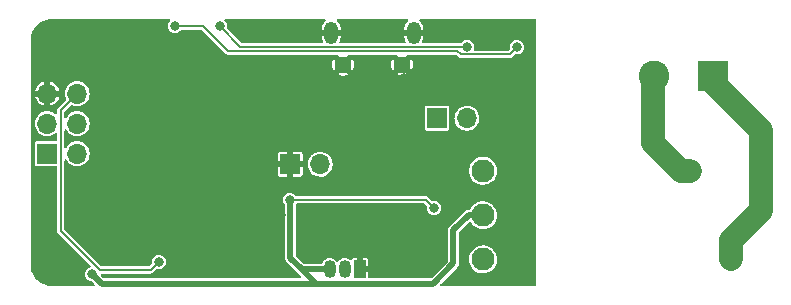
<source format=gbr>
%TF.GenerationSoftware,KiCad,Pcbnew,(6.0.0)*%
%TF.CreationDate,2022-12-29T02:02:28+02:00*%
%TF.ProjectId,greenhouse-doc,67726565-6e68-46f7-9573-652d646f632e,rev?*%
%TF.SameCoordinates,Original*%
%TF.FileFunction,Copper,L2,Bot*%
%TF.FilePolarity,Positive*%
%FSLAX46Y46*%
G04 Gerber Fmt 4.6, Leading zero omitted, Abs format (unit mm)*
G04 Created by KiCad (PCBNEW (6.0.0)) date 2022-12-29 02:02:28*
%MOMM*%
%LPD*%
G01*
G04 APERTURE LIST*
%TA.AperFunction,ComponentPad*%
%ADD10R,2.600000X2.600000*%
%TD*%
%TA.AperFunction,ComponentPad*%
%ADD11C,2.600000*%
%TD*%
%TA.AperFunction,ComponentPad*%
%ADD12C,1.450000*%
%TD*%
%TA.AperFunction,ComponentPad*%
%ADD13O,1.200000X1.900000*%
%TD*%
%TA.AperFunction,ComponentPad*%
%ADD14C,1.950000*%
%TD*%
%TA.AperFunction,ComponentPad*%
%ADD15R,1.050000X1.500000*%
%TD*%
%TA.AperFunction,ComponentPad*%
%ADD16O,1.050000X1.500000*%
%TD*%
%TA.AperFunction,ComponentPad*%
%ADD17O,1.700000X1.700000*%
%TD*%
%TA.AperFunction,ComponentPad*%
%ADD18R,1.700000X1.700000*%
%TD*%
%TA.AperFunction,ViaPad*%
%ADD19C,0.800000*%
%TD*%
%TA.AperFunction,Conductor*%
%ADD20C,0.500000*%
%TD*%
%TA.AperFunction,Conductor*%
%ADD21C,0.200000*%
%TD*%
%TA.AperFunction,Conductor*%
%ADD22C,2.000000*%
%TD*%
G04 APERTURE END LIST*
D10*
%TO.P,J3,1,Pin_1*%
%TO.N,Net-(J3-Pad1)*%
X151000000Y-61000000D03*
D11*
%TO.P,J3,2,Pin_2*%
%TO.N,Net-(J3-Pad2)*%
X146000000Y-61000000D03*
%TD*%
D12*
%TO.P,J1,6,Shield*%
%TO.N,GND*%
X124650000Y-60062500D03*
D13*
X125650000Y-57362500D03*
D12*
X119650000Y-60062500D03*
D13*
X118650000Y-57362500D03*
%TD*%
D14*
%TO.P,K1,1,COIL-_1*%
%TO.N,Net-(K1-Pad1)*%
X131500000Y-76550000D03*
%TO.P,K1,3,NO*%
%TO.N,Net-(J3-Pad1)*%
X152500000Y-76550000D03*
%TO.P,K1,5,COM*%
%TO.N,Net-(J3-Pad2)*%
X149000000Y-69050000D03*
%TO.P,K1,6,COIL-_2*%
%TO.N,Net-(K1-Pad6)*%
X131500000Y-69050000D03*
%TO.P,K1,7,COIL+*%
%TO.N,+3V3*%
X131500000Y-72800000D03*
%TD*%
D15*
%TO.P,U2,1,GND*%
%TO.N,GND*%
X121070000Y-77400000D03*
D16*
%TO.P,U2,2,DQ*%
%TO.N,/tempsens*%
X119800000Y-77400000D03*
%TO.P,U2,3,VDD*%
%TO.N,+3V3*%
X118530000Y-77400000D03*
%TD*%
D17*
%TO.P,J5,2,Pin_2*%
%TO.N,+BATT*%
X117715000Y-68500000D03*
D18*
%TO.P,J5,1,Pin_1*%
%TO.N,GND*%
X115175000Y-68500000D03*
%TD*%
%TO.P,J4,1,Pin_1*%
%TO.N,+BATT*%
X127600000Y-64600000D03*
D17*
%TO.P,J4,2,Pin_2*%
%TO.N,/vbt*%
X130140000Y-64600000D03*
%TD*%
D18*
%TO.P,J2,1,Pin_1*%
%TO.N,+3V3*%
X94600000Y-67600000D03*
D17*
%TO.P,J2,2,Pin_2*%
%TO.N,/rx*%
X97140000Y-67600000D03*
%TO.P,J2,3,Pin_3*%
%TO.N,/tx*%
X94600000Y-65060000D03*
%TO.P,J2,4,Pin_4*%
%TO.N,/boot*%
X97140000Y-65060000D03*
%TO.P,J2,5,Pin_5*%
%TO.N,GND*%
X94600000Y-62520000D03*
%TO.P,J2,6,Pin_6*%
%TO.N,/esp_en*%
X97140000Y-62520000D03*
%TD*%
D19*
%TO.N,GND*%
X111600000Y-77550000D03*
%TO.N,+3V3*%
X127356205Y-72206494D03*
X115150000Y-71500000D03*
%TO.N,GND*%
X134500000Y-63100000D03*
X97400000Y-71800000D03*
X115000000Y-57000000D03*
X131250000Y-60600000D03*
X94600000Y-60200000D03*
X108000000Y-63600000D03*
X104400000Y-62400000D03*
X94000000Y-73000000D03*
X134600000Y-70600000D03*
X126600000Y-60400000D03*
X106000000Y-67600000D03*
X98000000Y-60800000D03*
X117850000Y-74950000D03*
X100000000Y-60400000D03*
X103000000Y-60400000D03*
X101000000Y-62400000D03*
X101000000Y-71800000D03*
X106800000Y-71600000D03*
X128400000Y-70600000D03*
X114400000Y-72800000D03*
X115900000Y-62200000D03*
X134600000Y-65000000D03*
X118200000Y-61000000D03*
X117400000Y-57000000D03*
X112600000Y-57000000D03*
X124800000Y-61200000D03*
X123100000Y-76350000D03*
X134600000Y-76200000D03*
X106200000Y-60400000D03*
X107400000Y-69400000D03*
%TO.N,+3V3*%
X98400000Y-77800000D03*
%TO.N,/esp_en*%
X104050000Y-76750000D03*
%TO.N,/relay_2*%
X105400000Y-56800000D03*
X134350000Y-58600000D03*
%TO.N,/relay_1*%
X130150000Y-58550000D03*
X109200000Y-56800000D03*
%TD*%
D20*
%TO.N,+3V3*%
X117800000Y-78600000D02*
X99200000Y-78600000D01*
X127300000Y-78600000D02*
X117800000Y-78600000D01*
X117350000Y-78600000D02*
X117800000Y-78600000D01*
X116150000Y-77400000D02*
X117350000Y-78600000D01*
X99200000Y-78600000D02*
X98400000Y-77800000D01*
D21*
%TO.N,/esp_en*%
X104050000Y-76750000D02*
X103350000Y-77450000D01*
X99050000Y-77450000D02*
X95749511Y-74149511D01*
X103350000Y-77450000D02*
X99050000Y-77450000D01*
X95749511Y-74149511D02*
X95749511Y-63910489D01*
X95749511Y-63910489D02*
X97140000Y-62520000D01*
%TO.N,+3V3*%
X126649711Y-71500000D02*
X127356205Y-72206494D01*
X115150000Y-71500000D02*
X126649711Y-71500000D01*
D20*
X116150000Y-77400000D02*
X118530000Y-77400000D01*
X115199511Y-76449511D02*
X116150000Y-77400000D01*
X115199511Y-71549511D02*
X115199511Y-76449511D01*
X115150000Y-71500000D02*
X115199511Y-71549511D01*
X130275000Y-72800000D02*
X129000000Y-74075000D01*
X129000000Y-76900000D02*
X127300000Y-78600000D01*
X131500000Y-72800000D02*
X130275000Y-72800000D01*
X129000000Y-74075000D02*
X129000000Y-76900000D01*
D21*
%TO.N,/relay_2*%
X129600000Y-59200000D02*
X129311540Y-58911540D01*
X133750000Y-59200000D02*
X129600000Y-59200000D01*
X107800000Y-56800000D02*
X105400000Y-56800000D01*
X129311540Y-58911540D02*
X109911540Y-58911540D01*
X134350000Y-58600000D02*
X133750000Y-59200000D01*
X109911540Y-58911540D02*
X107800000Y-56800000D01*
%TO.N,/relay_1*%
X130137980Y-58562020D02*
X110962020Y-58562020D01*
X130150000Y-58550000D02*
X130137980Y-58562020D01*
X110962020Y-58562020D02*
X109200000Y-56800000D01*
D22*
%TO.N,Net-(J3-Pad1)*%
X155000000Y-72450000D02*
X155000000Y-65605000D01*
X152500000Y-74950000D02*
X155000000Y-72450000D01*
X155000000Y-65605000D02*
X150900000Y-61505000D01*
X152500000Y-76550000D02*
X152500000Y-74950000D01*
%TO.N,Net-(J3-Pad2)*%
X145900000Y-61505000D02*
X145900000Y-66700000D01*
X148250000Y-69050000D02*
X149000000Y-69050000D01*
X145900000Y-66700000D02*
X148250000Y-69050000D01*
%TD*%
%TA.AperFunction,Conductor*%
%TO.N,GND*%
G36*
X104963818Y-56218907D02*
G01*
X104999782Y-56268407D01*
X104999782Y-56329593D01*
X104975965Y-56368459D01*
X104971718Y-56371718D01*
X104875464Y-56497159D01*
X104814956Y-56643238D01*
X104794318Y-56800000D01*
X104814956Y-56956762D01*
X104875464Y-57102841D01*
X104971718Y-57228282D01*
X105097159Y-57324536D01*
X105243238Y-57385044D01*
X105400000Y-57405682D01*
X105556762Y-57385044D01*
X105702841Y-57324536D01*
X105828282Y-57228282D01*
X105896613Y-57139232D01*
X105947037Y-57104577D01*
X105975154Y-57100500D01*
X107634521Y-57100500D01*
X107692712Y-57119407D01*
X107704525Y-57129496D01*
X109661220Y-59086191D01*
X109663920Y-59089320D01*
X109666115Y-59093809D01*
X109672818Y-59100027D01*
X109702362Y-59127433D01*
X109705038Y-59130009D01*
X109718817Y-59143788D01*
X109722527Y-59146333D01*
X109726440Y-59149769D01*
X109748186Y-59169941D01*
X109756672Y-59173327D01*
X109756674Y-59173328D01*
X109758877Y-59174207D01*
X109778188Y-59184518D01*
X109780147Y-59185862D01*
X109780150Y-59185863D01*
X109787686Y-59191033D01*
X109796578Y-59193143D01*
X109796580Y-59193144D01*
X109813606Y-59197184D01*
X109827425Y-59201554D01*
X109852162Y-59211423D01*
X109858455Y-59212040D01*
X109864625Y-59212040D01*
X109887481Y-59214715D01*
X109896606Y-59216880D01*
X109925528Y-59212944D01*
X109938877Y-59212040D01*
X119118330Y-59212040D01*
X119176521Y-59230947D01*
X119198859Y-59257805D01*
X119638911Y-59697858D01*
X119650798Y-59703915D01*
X119655828Y-59703119D01*
X120105973Y-59252973D01*
X120106472Y-59253472D01*
X120137116Y-59222829D01*
X120182059Y-59212040D01*
X124118330Y-59212040D01*
X124176521Y-59230947D01*
X124198859Y-59257805D01*
X124638911Y-59697858D01*
X124650798Y-59703915D01*
X124655828Y-59703119D01*
X125105973Y-59252973D01*
X125106472Y-59253472D01*
X125137116Y-59222829D01*
X125182059Y-59212040D01*
X129146061Y-59212040D01*
X129204252Y-59230947D01*
X129216065Y-59241036D01*
X129349680Y-59374651D01*
X129352380Y-59377780D01*
X129354575Y-59382269D01*
X129361278Y-59388487D01*
X129390822Y-59415893D01*
X129393498Y-59418469D01*
X129407277Y-59432248D01*
X129410987Y-59434793D01*
X129414900Y-59438229D01*
X129436646Y-59458401D01*
X129445134Y-59461788D01*
X129445135Y-59461788D01*
X129447336Y-59462666D01*
X129466652Y-59472980D01*
X129468607Y-59474321D01*
X129468610Y-59474322D01*
X129476146Y-59479492D01*
X129502058Y-59485641D01*
X129515884Y-59490014D01*
X129534132Y-59497294D01*
X129534134Y-59497294D01*
X129540622Y-59499883D01*
X129546915Y-59500500D01*
X129553084Y-59500500D01*
X129575943Y-59503175D01*
X129576173Y-59503230D01*
X129576175Y-59503230D01*
X129585066Y-59505340D01*
X129613988Y-59501404D01*
X129627337Y-59500500D01*
X133696492Y-59500500D01*
X133700617Y-59500803D01*
X133705342Y-59502425D01*
X133754761Y-59500570D01*
X133758474Y-59500500D01*
X133777948Y-59500500D01*
X133782378Y-59499675D01*
X133787571Y-59499339D01*
X133803602Y-59498737D01*
X133808075Y-59498569D01*
X133817208Y-59498226D01*
X133825602Y-59494620D01*
X133825605Y-59494619D01*
X133827783Y-59493683D01*
X133848734Y-59487317D01*
X133860053Y-59485209D01*
X133882729Y-59471232D01*
X133895596Y-59464548D01*
X133913642Y-59456795D01*
X133913643Y-59456794D01*
X133920063Y-59454036D01*
X133924949Y-59450022D01*
X133929313Y-59445658D01*
X133947368Y-59431387D01*
X133955348Y-59426468D01*
X133973018Y-59403231D01*
X133981810Y-59393161D01*
X134155791Y-59219180D01*
X134210308Y-59191403D01*
X134238714Y-59191031D01*
X134350000Y-59205682D01*
X134506762Y-59185044D01*
X134652841Y-59124536D01*
X134778282Y-59028282D01*
X134874536Y-58902841D01*
X134935044Y-58756762D01*
X134955682Y-58600000D01*
X134935044Y-58443238D01*
X134874536Y-58297159D01*
X134778282Y-58171718D01*
X134652841Y-58075464D01*
X134506762Y-58014956D01*
X134350000Y-57994318D01*
X134193238Y-58014956D01*
X134047159Y-58075464D01*
X133921718Y-58171718D01*
X133825464Y-58297159D01*
X133764956Y-58443238D01*
X133744318Y-58600000D01*
X133758374Y-58706762D01*
X133758969Y-58711283D01*
X133747819Y-58771443D01*
X133730820Y-58794209D01*
X133654525Y-58870504D01*
X133600008Y-58898281D01*
X133584521Y-58899500D01*
X130803373Y-58899500D01*
X130745182Y-58880593D01*
X130709218Y-58831093D01*
X130709218Y-58769907D01*
X130711909Y-58762614D01*
X130713364Y-58759103D01*
X130735044Y-58706762D01*
X130755682Y-58550000D01*
X130735044Y-58393238D01*
X130674536Y-58247159D01*
X130578282Y-58121718D01*
X130452841Y-58025464D01*
X130306762Y-57964956D01*
X130150000Y-57944318D01*
X129993238Y-57964956D01*
X129847159Y-58025464D01*
X129721718Y-58121718D01*
X129717764Y-58126871D01*
X129644165Y-58222787D01*
X129593741Y-58257443D01*
X129565623Y-58261520D01*
X126429552Y-58261520D01*
X126371361Y-58242613D01*
X126335397Y-58193113D01*
X126335397Y-58131927D01*
X126346336Y-58108890D01*
X126368110Y-58075104D01*
X126372995Y-58065263D01*
X126430596Y-57907004D01*
X126433183Y-57896310D01*
X126449610Y-57766275D01*
X126450000Y-57760087D01*
X126450000Y-57628180D01*
X126445878Y-57615495D01*
X126441757Y-57612500D01*
X124865680Y-57612500D01*
X124852995Y-57616622D01*
X124850000Y-57620743D01*
X124850000Y-57754856D01*
X124850309Y-57760385D01*
X124864327Y-57885355D01*
X124866766Y-57896092D01*
X124922149Y-58055129D01*
X124926901Y-58065048D01*
X124955026Y-58110058D01*
X124969828Y-58169426D01*
X124946907Y-58226156D01*
X124895019Y-58258579D01*
X124871069Y-58261520D01*
X119429552Y-58261520D01*
X119371361Y-58242613D01*
X119335397Y-58193113D01*
X119335397Y-58131927D01*
X119346336Y-58108890D01*
X119368110Y-58075104D01*
X119372995Y-58065263D01*
X119430596Y-57907004D01*
X119433183Y-57896310D01*
X119449610Y-57766275D01*
X119450000Y-57760087D01*
X119450000Y-57628180D01*
X119445878Y-57615495D01*
X119441757Y-57612500D01*
X117865680Y-57612500D01*
X117852995Y-57616622D01*
X117850000Y-57620743D01*
X117850000Y-57754856D01*
X117850309Y-57760385D01*
X117864327Y-57885355D01*
X117866766Y-57896092D01*
X117922149Y-58055129D01*
X117926901Y-58065048D01*
X117955026Y-58110058D01*
X117969828Y-58169426D01*
X117946907Y-58226156D01*
X117895019Y-58258579D01*
X117871069Y-58261520D01*
X111127500Y-58261520D01*
X111069309Y-58242613D01*
X111057496Y-58232524D01*
X110440467Y-57615495D01*
X109819180Y-56994209D01*
X109791403Y-56939692D01*
X109791031Y-56911283D01*
X109800463Y-56839645D01*
X109805682Y-56800000D01*
X109785044Y-56643238D01*
X109724536Y-56497159D01*
X109628282Y-56371718D01*
X109624128Y-56368530D01*
X109596592Y-56314487D01*
X109606163Y-56254055D01*
X109649428Y-56210790D01*
X109694373Y-56200000D01*
X118095800Y-56200000D01*
X118153991Y-56218907D01*
X118189955Y-56268407D01*
X118189955Y-56329593D01*
X118156746Y-56377016D01*
X118150403Y-56381971D01*
X118030075Y-56499806D01*
X118023124Y-56508329D01*
X117931892Y-56649891D01*
X117927005Y-56659737D01*
X117869404Y-56817996D01*
X117866817Y-56828690D01*
X117850390Y-56958725D01*
X117850000Y-56964913D01*
X117850000Y-57096820D01*
X117854122Y-57109505D01*
X117858243Y-57112500D01*
X119434320Y-57112500D01*
X119447005Y-57108378D01*
X119450000Y-57104257D01*
X119450000Y-56970144D01*
X119449691Y-56964615D01*
X119435673Y-56839645D01*
X119433234Y-56828908D01*
X119377851Y-56669871D01*
X119373099Y-56659952D01*
X119283854Y-56517130D01*
X119277024Y-56508513D01*
X119158355Y-56389012D01*
X119145471Y-56378654D01*
X119146356Y-56377553D01*
X119111521Y-56335448D01*
X119107676Y-56274384D01*
X119140459Y-56222722D01*
X119197347Y-56200196D01*
X119203567Y-56200000D01*
X125095800Y-56200000D01*
X125153991Y-56218907D01*
X125189955Y-56268407D01*
X125189955Y-56329593D01*
X125156746Y-56377016D01*
X125150403Y-56381971D01*
X125030075Y-56499806D01*
X125023124Y-56508329D01*
X124931892Y-56649891D01*
X124927005Y-56659737D01*
X124869404Y-56817996D01*
X124866817Y-56828690D01*
X124850390Y-56958725D01*
X124850000Y-56964913D01*
X124850000Y-57096820D01*
X124854122Y-57109505D01*
X124858243Y-57112500D01*
X126434320Y-57112500D01*
X126447005Y-57108378D01*
X126450000Y-57104257D01*
X126450000Y-56970144D01*
X126449691Y-56964615D01*
X126435673Y-56839645D01*
X126433234Y-56828908D01*
X126377851Y-56669871D01*
X126373099Y-56659952D01*
X126283854Y-56517130D01*
X126277024Y-56508513D01*
X126158355Y-56389012D01*
X126145471Y-56378654D01*
X126146356Y-56377553D01*
X126111521Y-56335448D01*
X126107676Y-56274384D01*
X126140459Y-56222722D01*
X126197347Y-56200196D01*
X126203567Y-56200000D01*
X135901000Y-56200000D01*
X135959191Y-56218907D01*
X135995155Y-56268407D01*
X136000000Y-56299000D01*
X136000000Y-78701000D01*
X135981093Y-78759191D01*
X135931593Y-78795155D01*
X135901000Y-78800000D01*
X127976111Y-78800000D01*
X127917920Y-78781093D01*
X127881956Y-78731593D01*
X127881956Y-78670407D01*
X127906107Y-78630996D01*
X129295484Y-77241619D01*
X129304197Y-77233877D01*
X129326299Y-77216453D01*
X129332110Y-77211872D01*
X129365714Y-77163251D01*
X129367517Y-77160728D01*
X129398236Y-77119139D01*
X129398237Y-77119137D01*
X129402634Y-77113184D01*
X129405027Y-77106368D01*
X129409131Y-77100431D01*
X129426956Y-77044071D01*
X129427918Y-77041186D01*
X129447519Y-76985369D01*
X129447756Y-76979327D01*
X129448277Y-76976653D01*
X129449980Y-76971270D01*
X129450500Y-76964663D01*
X129450500Y-76911459D01*
X129450576Y-76907572D01*
X129452548Y-76857397D01*
X129452548Y-76857394D01*
X129452838Y-76850006D01*
X129451041Y-76843228D01*
X129450500Y-76833403D01*
X129450500Y-76519097D01*
X130319869Y-76519097D01*
X130324872Y-76595437D01*
X130332330Y-76709220D01*
X130333998Y-76734677D01*
X130335114Y-76739070D01*
X130335114Y-76739072D01*
X130361049Y-76841188D01*
X130387178Y-76944071D01*
X130477626Y-77140268D01*
X130602313Y-77316697D01*
X130757065Y-77467449D01*
X130936697Y-77587475D01*
X131135194Y-77672756D01*
X131200212Y-77687468D01*
X131341483Y-77719435D01*
X131341488Y-77719436D01*
X131345909Y-77720436D01*
X131561784Y-77728918D01*
X131579847Y-77726299D01*
X131771103Y-77698569D01*
X131771106Y-77698568D01*
X131775591Y-77697918D01*
X131907204Y-77653241D01*
X131975870Y-77629932D01*
X131975873Y-77629931D01*
X131980167Y-77628473D01*
X132128103Y-77545626D01*
X132164701Y-77525130D01*
X132164702Y-77525129D01*
X132168663Y-77522911D01*
X132334765Y-77384765D01*
X132472911Y-77218663D01*
X132578473Y-77030167D01*
X132588714Y-77000000D01*
X132620364Y-76906762D01*
X132647918Y-76825591D01*
X132650230Y-76809650D01*
X132674712Y-76640791D01*
X132678918Y-76611784D01*
X132680536Y-76550000D01*
X132678239Y-76524994D01*
X132661183Y-76339382D01*
X132660768Y-76334864D01*
X132602125Y-76126934D01*
X132506572Y-75933172D01*
X132377309Y-75760067D01*
X132218665Y-75613418D01*
X132035952Y-75498135D01*
X131835290Y-75418079D01*
X131623400Y-75375931D01*
X131515388Y-75374517D01*
X131411915Y-75373162D01*
X131411910Y-75373162D01*
X131407376Y-75373103D01*
X131402901Y-75373872D01*
X131402900Y-75373872D01*
X131300915Y-75391397D01*
X131194455Y-75409690D01*
X130991766Y-75484466D01*
X130987867Y-75486786D01*
X130987862Y-75486788D01*
X130810004Y-75592602D01*
X130806098Y-75594926D01*
X130802683Y-75597920D01*
X130802680Y-75597923D01*
X130787771Y-75610998D01*
X130643669Y-75737373D01*
X130509919Y-75907034D01*
X130409327Y-76098228D01*
X130407982Y-76102559D01*
X130407981Y-76102562D01*
X130349190Y-76291904D01*
X130345262Y-76304553D01*
X130341140Y-76339382D01*
X130321179Y-76508033D01*
X130319869Y-76519097D01*
X129450500Y-76519097D01*
X129450500Y-74302611D01*
X129469407Y-74244420D01*
X129479496Y-74232607D01*
X130330057Y-73382046D01*
X130384574Y-73354269D01*
X130445006Y-73363840D01*
X130480908Y-73394912D01*
X130602313Y-73566697D01*
X130757065Y-73717449D01*
X130760840Y-73719971D01*
X130760842Y-73719973D01*
X130834538Y-73769215D01*
X130936697Y-73837475D01*
X131135194Y-73922756D01*
X131211252Y-73939966D01*
X131341483Y-73969435D01*
X131341488Y-73969436D01*
X131345909Y-73970436D01*
X131561784Y-73978918D01*
X131619057Y-73970614D01*
X131771103Y-73948569D01*
X131771106Y-73948568D01*
X131775591Y-73947918D01*
X131877879Y-73913195D01*
X131975870Y-73879932D01*
X131975873Y-73879931D01*
X131980167Y-73878473D01*
X132168663Y-73772911D01*
X132334765Y-73634765D01*
X132472911Y-73468663D01*
X132578473Y-73280167D01*
X132647918Y-73075591D01*
X132678918Y-72861784D01*
X132680217Y-72812176D01*
X132680460Y-72802914D01*
X132680460Y-72802909D01*
X132680536Y-72800000D01*
X132679837Y-72792385D01*
X132661183Y-72589382D01*
X132660768Y-72584864D01*
X132602125Y-72376934D01*
X132506572Y-72183172D01*
X132377309Y-72010067D01*
X132218665Y-71863418D01*
X132183625Y-71841309D01*
X132039789Y-71750556D01*
X132035952Y-71748135D01*
X131835290Y-71668079D01*
X131623400Y-71625931D01*
X131515388Y-71624517D01*
X131411915Y-71623162D01*
X131411910Y-71623162D01*
X131407376Y-71623103D01*
X131402901Y-71623872D01*
X131402900Y-71623872D01*
X131300915Y-71641397D01*
X131194455Y-71659690D01*
X130991766Y-71734466D01*
X130987867Y-71736786D01*
X130987862Y-71736788D01*
X130810004Y-71842602D01*
X130806098Y-71844926D01*
X130802683Y-71847920D01*
X130802680Y-71847923D01*
X130787771Y-71860998D01*
X130643669Y-71987373D01*
X130509919Y-72157034D01*
X130507806Y-72161049D01*
X130507806Y-72161050D01*
X130436492Y-72296596D01*
X130392665Y-72339290D01*
X130348878Y-72349500D01*
X130307626Y-72349500D01*
X130295990Y-72348814D01*
X130294453Y-72348632D01*
X130260689Y-72344636D01*
X130253413Y-72345965D01*
X130253409Y-72345965D01*
X130202573Y-72355250D01*
X130199505Y-72355761D01*
X130152494Y-72362829D01*
X130141038Y-72364551D01*
X130134525Y-72367679D01*
X130127427Y-72368975D01*
X130093656Y-72386517D01*
X130075002Y-72396207D01*
X130072236Y-72397590D01*
X130018921Y-72423191D01*
X130014481Y-72427295D01*
X130012218Y-72428820D01*
X130007211Y-72431421D01*
X130002172Y-72435725D01*
X129964540Y-72473357D01*
X129961737Y-72476051D01*
X129924876Y-72510124D01*
X129924874Y-72510127D01*
X129919444Y-72515146D01*
X129915922Y-72521210D01*
X129909362Y-72528535D01*
X128704516Y-73733381D01*
X128695804Y-73741122D01*
X128667890Y-73763128D01*
X128663683Y-73769215D01*
X128634292Y-73811741D01*
X128632488Y-73814264D01*
X128597366Y-73861816D01*
X128594973Y-73868632D01*
X128590869Y-73874569D01*
X128588636Y-73881628D01*
X128588636Y-73881629D01*
X128573049Y-73930915D01*
X128572082Y-73933814D01*
X128552481Y-73989631D01*
X128552244Y-73995673D01*
X128551723Y-73998347D01*
X128550020Y-74003730D01*
X128549500Y-74010337D01*
X128549500Y-74063541D01*
X128549424Y-74067428D01*
X128547595Y-74113987D01*
X128547162Y-74124994D01*
X128548959Y-74131772D01*
X128549500Y-74141597D01*
X128549500Y-76672389D01*
X128530593Y-76730580D01*
X128520504Y-76742393D01*
X127142393Y-78120504D01*
X127087876Y-78148281D01*
X127072389Y-78149500D01*
X121894000Y-78149500D01*
X121835809Y-78130593D01*
X121799845Y-78081093D01*
X121795000Y-78050500D01*
X121795000Y-77665680D01*
X121790878Y-77652995D01*
X121786757Y-77650000D01*
X120919000Y-77650000D01*
X120860809Y-77631093D01*
X120824845Y-77581593D01*
X120820000Y-77551000D01*
X120820000Y-77134320D01*
X121320000Y-77134320D01*
X121324122Y-77147005D01*
X121328243Y-77150000D01*
X121779320Y-77150000D01*
X121792005Y-77145878D01*
X121795000Y-77141757D01*
X121795000Y-76635160D01*
X121794052Y-76625538D01*
X121785298Y-76581526D01*
X121777979Y-76563858D01*
X121744611Y-76513918D01*
X121731082Y-76500389D01*
X121681142Y-76467021D01*
X121663474Y-76459702D01*
X121619462Y-76450948D01*
X121609840Y-76450000D01*
X121335680Y-76450000D01*
X121322995Y-76454122D01*
X121320000Y-76458243D01*
X121320000Y-77134320D01*
X120820000Y-77134320D01*
X120820000Y-76465680D01*
X120815878Y-76452995D01*
X120811757Y-76450000D01*
X120530160Y-76450000D01*
X120520538Y-76450948D01*
X120476526Y-76459702D01*
X120458858Y-76467021D01*
X120408918Y-76500389D01*
X120395388Y-76513919D01*
X120366229Y-76557558D01*
X120318179Y-76595437D01*
X120257041Y-76597839D01*
X120234190Y-76588163D01*
X120096236Y-76508033D01*
X120096235Y-76508033D01*
X120091262Y-76505144D01*
X119996797Y-76476533D01*
X119934855Y-76457772D01*
X119934852Y-76457772D01*
X119929350Y-76456105D01*
X119785146Y-76447159D01*
X119766239Y-76445986D01*
X119766238Y-76445986D01*
X119760499Y-76445630D01*
X119593767Y-76474280D01*
X119588472Y-76476533D01*
X119499026Y-76514593D01*
X119438098Y-76540518D01*
X119365333Y-76594067D01*
X119309494Y-76635160D01*
X119301842Y-76640791D01*
X119298119Y-76645173D01*
X119298117Y-76645175D01*
X119243203Y-76709813D01*
X119191118Y-76741919D01*
X119130109Y-76737278D01*
X119092518Y-76709741D01*
X119090367Y-76706460D01*
X118967550Y-76590115D01*
X118821262Y-76505144D01*
X118726797Y-76476533D01*
X118664855Y-76457772D01*
X118664852Y-76457772D01*
X118659350Y-76456105D01*
X118515146Y-76447159D01*
X118496239Y-76445986D01*
X118496238Y-76445986D01*
X118490499Y-76445630D01*
X118323767Y-76474280D01*
X118318472Y-76476533D01*
X118229026Y-76514593D01*
X118168098Y-76540518D01*
X118095333Y-76594067D01*
X118039494Y-76635160D01*
X118031842Y-76640791D01*
X118028119Y-76645173D01*
X118028117Y-76645175D01*
X117939061Y-76750000D01*
X117922308Y-76769720D01*
X117858069Y-76895525D01*
X117814769Y-76938749D01*
X117769901Y-76949500D01*
X116377611Y-76949500D01*
X116319420Y-76930593D01*
X116307607Y-76920504D01*
X115679007Y-76291904D01*
X115651230Y-76237387D01*
X115650011Y-76221900D01*
X115650011Y-71899500D01*
X115668918Y-71841309D01*
X115718418Y-71805345D01*
X115749011Y-71800500D01*
X126484232Y-71800500D01*
X126542423Y-71819407D01*
X126554236Y-71829496D01*
X126737025Y-72012285D01*
X126764802Y-72066802D01*
X126765174Y-72095208D01*
X126750523Y-72206494D01*
X126771161Y-72363256D01*
X126773645Y-72369253D01*
X126776827Y-72376934D01*
X126831669Y-72509335D01*
X126927923Y-72634776D01*
X127053364Y-72731030D01*
X127199443Y-72791538D01*
X127356205Y-72812176D01*
X127512967Y-72791538D01*
X127659046Y-72731030D01*
X127784487Y-72634776D01*
X127880741Y-72509335D01*
X127935583Y-72376934D01*
X127938765Y-72369253D01*
X127941249Y-72363256D01*
X127961887Y-72206494D01*
X127941249Y-72049732D01*
X127880741Y-71903653D01*
X127784487Y-71778212D01*
X127659046Y-71681958D01*
X127512967Y-71621450D01*
X127356205Y-71600812D01*
X127244921Y-71615463D01*
X127184762Y-71604313D01*
X127161996Y-71587314D01*
X126900031Y-71325349D01*
X126897331Y-71322220D01*
X126895136Y-71317731D01*
X126858889Y-71284107D01*
X126856213Y-71281531D01*
X126842434Y-71267752D01*
X126838724Y-71265207D01*
X126834811Y-71261771D01*
X126819766Y-71247815D01*
X126813065Y-71241599D01*
X126802375Y-71237334D01*
X126783059Y-71227020D01*
X126781104Y-71225679D01*
X126781101Y-71225678D01*
X126773565Y-71220508D01*
X126747652Y-71214359D01*
X126733827Y-71209986D01*
X126715579Y-71202706D01*
X126715577Y-71202706D01*
X126709089Y-71200117D01*
X126702796Y-71199500D01*
X126696627Y-71199500D01*
X126673768Y-71196825D01*
X126673538Y-71196770D01*
X126673536Y-71196770D01*
X126664645Y-71194660D01*
X126635724Y-71198596D01*
X126622374Y-71199500D01*
X115725154Y-71199500D01*
X115666963Y-71180593D01*
X115646612Y-71160768D01*
X115578282Y-71071718D01*
X115452841Y-70975464D01*
X115306762Y-70914956D01*
X115150000Y-70894318D01*
X114993238Y-70914956D01*
X114847159Y-70975464D01*
X114721718Y-71071718D01*
X114625464Y-71197159D01*
X114564956Y-71343238D01*
X114544318Y-71500000D01*
X114564956Y-71656762D01*
X114625464Y-71802841D01*
X114721049Y-71927410D01*
X114721050Y-71927412D01*
X114721718Y-71928282D01*
X114721557Y-71928406D01*
X114747792Y-71979897D01*
X114749011Y-71995384D01*
X114749011Y-76416884D01*
X114748325Y-76428520D01*
X114744147Y-76463821D01*
X114745476Y-76471097D01*
X114745476Y-76471100D01*
X114750826Y-76500389D01*
X114753297Y-76513918D01*
X114754759Y-76521925D01*
X114755269Y-76524987D01*
X114764062Y-76583473D01*
X114767190Y-76589986D01*
X114768486Y-76597084D01*
X114783267Y-76625538D01*
X114795709Y-76649491D01*
X114797099Y-76652273D01*
X114819498Y-76698919D01*
X114819500Y-76698922D01*
X114822702Y-76705590D01*
X114826808Y-76710032D01*
X114828331Y-76712292D01*
X114830932Y-76717299D01*
X114835236Y-76722339D01*
X114872868Y-76759971D01*
X114875562Y-76762774D01*
X114909635Y-76799635D01*
X114909638Y-76799637D01*
X114914657Y-76805067D01*
X114920721Y-76808589D01*
X114928046Y-76815149D01*
X115808381Y-77695484D01*
X115816122Y-77704196D01*
X115838128Y-77732110D01*
X115844215Y-77736317D01*
X115853021Y-77742403D01*
X115866738Y-77753841D01*
X116093393Y-77980496D01*
X116121170Y-78035013D01*
X116111599Y-78095445D01*
X116068334Y-78138710D01*
X116023389Y-78149500D01*
X99427611Y-78149500D01*
X99369420Y-78130593D01*
X99357607Y-78120504D01*
X99156607Y-77919504D01*
X99128830Y-77864987D01*
X99138401Y-77804555D01*
X99181666Y-77761290D01*
X99226611Y-77750500D01*
X103296492Y-77750500D01*
X103300617Y-77750803D01*
X103305342Y-77752425D01*
X103354761Y-77750570D01*
X103358474Y-77750500D01*
X103377948Y-77750500D01*
X103382378Y-77749675D01*
X103387571Y-77749339D01*
X103403602Y-77748737D01*
X103408075Y-77748569D01*
X103417208Y-77748226D01*
X103425602Y-77744620D01*
X103425605Y-77744619D01*
X103427783Y-77743683D01*
X103448734Y-77737317D01*
X103460053Y-77735209D01*
X103482729Y-77721232D01*
X103495596Y-77714548D01*
X103513642Y-77706795D01*
X103513643Y-77706794D01*
X103520063Y-77704036D01*
X103524949Y-77700022D01*
X103529313Y-77695658D01*
X103547368Y-77681387D01*
X103555348Y-77676468D01*
X103573018Y-77653231D01*
X103581810Y-77643161D01*
X103855791Y-77369180D01*
X103910308Y-77341403D01*
X103938714Y-77341031D01*
X104050000Y-77355682D01*
X104206762Y-77335044D01*
X104352841Y-77274536D01*
X104478282Y-77178282D01*
X104574536Y-77052841D01*
X104635044Y-76906762D01*
X104655682Y-76750000D01*
X104635044Y-76593238D01*
X104574536Y-76447159D01*
X104478282Y-76321718D01*
X104352841Y-76225464D01*
X104206762Y-76164956D01*
X104050000Y-76144318D01*
X103893238Y-76164956D01*
X103747159Y-76225464D01*
X103621718Y-76321718D01*
X103525464Y-76447159D01*
X103464956Y-76593238D01*
X103444318Y-76750000D01*
X103456729Y-76844266D01*
X103458969Y-76861283D01*
X103447819Y-76921443D01*
X103430820Y-76944209D01*
X103254525Y-77120504D01*
X103200008Y-77148281D01*
X103184521Y-77149500D01*
X99215479Y-77149500D01*
X99157288Y-77130593D01*
X99145475Y-77120504D01*
X96079007Y-74054036D01*
X96051230Y-73999519D01*
X96050011Y-73984032D01*
X96050011Y-69364840D01*
X114125000Y-69364840D01*
X114125948Y-69374462D01*
X114134702Y-69418474D01*
X114142021Y-69436142D01*
X114175389Y-69486082D01*
X114188918Y-69499611D01*
X114238858Y-69532979D01*
X114256526Y-69540298D01*
X114300538Y-69549052D01*
X114310160Y-69550000D01*
X114909320Y-69550000D01*
X114922005Y-69545878D01*
X114925000Y-69541757D01*
X114925000Y-69534320D01*
X115425000Y-69534320D01*
X115429122Y-69547005D01*
X115433243Y-69550000D01*
X116039840Y-69550000D01*
X116049462Y-69549052D01*
X116093474Y-69540298D01*
X116111142Y-69532979D01*
X116161082Y-69499611D01*
X116174611Y-69486082D01*
X116207979Y-69436142D01*
X116215298Y-69418474D01*
X116224052Y-69374462D01*
X116225000Y-69364840D01*
X116225000Y-68765680D01*
X116220878Y-68752995D01*
X116216757Y-68750000D01*
X115440680Y-68750000D01*
X115427995Y-68754122D01*
X115425000Y-68758243D01*
X115425000Y-69534320D01*
X114925000Y-69534320D01*
X114925000Y-68765680D01*
X114920878Y-68752995D01*
X114916757Y-68750000D01*
X114140680Y-68750000D01*
X114127995Y-68754122D01*
X114125000Y-68758243D01*
X114125000Y-69364840D01*
X96050011Y-69364840D01*
X96050011Y-68186621D01*
X96068918Y-68128430D01*
X96118418Y-68092466D01*
X96179604Y-68092466D01*
X96229104Y-68128430D01*
X96237063Y-68141369D01*
X96252712Y-68171818D01*
X96380677Y-68333270D01*
X96384357Y-68336402D01*
X96384359Y-68336404D01*
X96472068Y-68411050D01*
X96537564Y-68466791D01*
X96541787Y-68469151D01*
X96541791Y-68469154D01*
X96658702Y-68534493D01*
X96717398Y-68567297D01*
X96721996Y-68568791D01*
X96908724Y-68629463D01*
X96908726Y-68629464D01*
X96913329Y-68630959D01*
X97117894Y-68655351D01*
X97122716Y-68654980D01*
X97122719Y-68654980D01*
X97193259Y-68649552D01*
X97323300Y-68639546D01*
X97521725Y-68584145D01*
X97526038Y-68581966D01*
X97526044Y-68581964D01*
X97701289Y-68493441D01*
X97701291Y-68493440D01*
X97705610Y-68491258D01*
X97713285Y-68485262D01*
X116659520Y-68485262D01*
X116659925Y-68490082D01*
X116673396Y-68650500D01*
X116676759Y-68690553D01*
X116733544Y-68888586D01*
X116827712Y-69071818D01*
X116955677Y-69233270D01*
X116959357Y-69236402D01*
X116959359Y-69236404D01*
X117058881Y-69321103D01*
X117112564Y-69366791D01*
X117116787Y-69369151D01*
X117116791Y-69369154D01*
X117233702Y-69434493D01*
X117292398Y-69467297D01*
X117296996Y-69468791D01*
X117483724Y-69529463D01*
X117483726Y-69529464D01*
X117488329Y-69530959D01*
X117692894Y-69555351D01*
X117697716Y-69554980D01*
X117697719Y-69554980D01*
X117774757Y-69549052D01*
X117898300Y-69539546D01*
X118096725Y-69484145D01*
X118101038Y-69481966D01*
X118101044Y-69481964D01*
X118276289Y-69393441D01*
X118276291Y-69393440D01*
X118280610Y-69391258D01*
X118315943Y-69363653D01*
X118439135Y-69267406D01*
X118439139Y-69267402D01*
X118442951Y-69264424D01*
X118577564Y-69108472D01*
X118596231Y-69075613D01*
X118628337Y-69019097D01*
X130319869Y-69019097D01*
X130322085Y-69052914D01*
X130333658Y-69229483D01*
X130333998Y-69234677D01*
X130335114Y-69239070D01*
X130335114Y-69239072D01*
X130358179Y-69329888D01*
X130387178Y-69444071D01*
X130477626Y-69640268D01*
X130602313Y-69816697D01*
X130757065Y-69967449D01*
X130936697Y-70087475D01*
X131135194Y-70172756D01*
X131211252Y-70189966D01*
X131341483Y-70219435D01*
X131341488Y-70219436D01*
X131345909Y-70220436D01*
X131561784Y-70228918D01*
X131619057Y-70220614D01*
X131771103Y-70198569D01*
X131771106Y-70198568D01*
X131775591Y-70197918D01*
X131877879Y-70163196D01*
X131975870Y-70129932D01*
X131975873Y-70129931D01*
X131980167Y-70128473D01*
X132168663Y-70022911D01*
X132334765Y-69884765D01*
X132472911Y-69718663D01*
X132578473Y-69530167D01*
X132588846Y-69499611D01*
X132633932Y-69366791D01*
X132647918Y-69325591D01*
X132660463Y-69239072D01*
X132678501Y-69114659D01*
X132678918Y-69111784D01*
X132680536Y-69050000D01*
X132677697Y-69019097D01*
X132661183Y-68839382D01*
X132660768Y-68834864D01*
X132602125Y-68626934D01*
X132506572Y-68433172D01*
X132377309Y-68260067D01*
X132218665Y-68113418D01*
X132179615Y-68088779D01*
X132039789Y-68000556D01*
X132035952Y-67998135D01*
X131835290Y-67918079D01*
X131623400Y-67875931D01*
X131515388Y-67874517D01*
X131411915Y-67873162D01*
X131411910Y-67873162D01*
X131407376Y-67873103D01*
X131402901Y-67873872D01*
X131402900Y-67873872D01*
X131300916Y-67891396D01*
X131194455Y-67909690D01*
X130991766Y-67984466D01*
X130987867Y-67986786D01*
X130987862Y-67986788D01*
X130816430Y-68088779D01*
X130806098Y-68094926D01*
X130802683Y-68097920D01*
X130802680Y-68097923D01*
X130797598Y-68102380D01*
X130643669Y-68237373D01*
X130509919Y-68407034D01*
X130409327Y-68598228D01*
X130407982Y-68602559D01*
X130407981Y-68602562D01*
X130367212Y-68733863D01*
X130345262Y-68804553D01*
X130319869Y-69019097D01*
X118628337Y-69019097D01*
X118676934Y-68933550D01*
X118676935Y-68933547D01*
X118679323Y-68929344D01*
X118692882Y-68888586D01*
X118742824Y-68738454D01*
X118742824Y-68738452D01*
X118744351Y-68733863D01*
X118746241Y-68718907D01*
X118769823Y-68532228D01*
X118770171Y-68529474D01*
X118770583Y-68500000D01*
X118769611Y-68490082D01*
X118750952Y-68299780D01*
X118750951Y-68299776D01*
X118750480Y-68294970D01*
X118735999Y-68247005D01*
X118692333Y-68102380D01*
X118690935Y-68097749D01*
X118594218Y-67915849D01*
X118464011Y-67756200D01*
X118305275Y-67624882D01*
X118124055Y-67526897D01*
X118060855Y-67507333D01*
X117931875Y-67467407D01*
X117931871Y-67467406D01*
X117927254Y-67465977D01*
X117922446Y-67465472D01*
X117922443Y-67465471D01*
X117727185Y-67444949D01*
X117727183Y-67444949D01*
X117722369Y-67444443D01*
X117662354Y-67449905D01*
X117522022Y-67462675D01*
X117522017Y-67462676D01*
X117517203Y-67463114D01*
X117319572Y-67521280D01*
X117315288Y-67523519D01*
X117315287Y-67523520D01*
X117304428Y-67529197D01*
X117137002Y-67616726D01*
X117133231Y-67619758D01*
X116980220Y-67742781D01*
X116980217Y-67742783D01*
X116976447Y-67745815D01*
X116973333Y-67749526D01*
X116973332Y-67749527D01*
X116902566Y-67833863D01*
X116844024Y-67903630D01*
X116841689Y-67907878D01*
X116841688Y-67907879D01*
X116836567Y-67917195D01*
X116744776Y-68084162D01*
X116743313Y-68088775D01*
X116743311Y-68088779D01*
X116696175Y-68237373D01*
X116682484Y-68280532D01*
X116681944Y-68285344D01*
X116681944Y-68285345D01*
X116661327Y-68469154D01*
X116659520Y-68485262D01*
X97713285Y-68485262D01*
X97740943Y-68463653D01*
X97864135Y-68367406D01*
X97864139Y-68367402D01*
X97867951Y-68364424D01*
X97980253Y-68234320D01*
X114125000Y-68234320D01*
X114129122Y-68247005D01*
X114133243Y-68250000D01*
X114909320Y-68250000D01*
X114922005Y-68245878D01*
X114925000Y-68241757D01*
X114925000Y-68234320D01*
X115425000Y-68234320D01*
X115429122Y-68247005D01*
X115433243Y-68250000D01*
X116209320Y-68250000D01*
X116222005Y-68245878D01*
X116225000Y-68241757D01*
X116225000Y-67635160D01*
X116224052Y-67625538D01*
X116215298Y-67581526D01*
X116207979Y-67563858D01*
X116174611Y-67513918D01*
X116161082Y-67500389D01*
X116111142Y-67467021D01*
X116093474Y-67459702D01*
X116049462Y-67450948D01*
X116039840Y-67450000D01*
X115440680Y-67450000D01*
X115427995Y-67454122D01*
X115425000Y-67458243D01*
X115425000Y-68234320D01*
X114925000Y-68234320D01*
X114925000Y-67465680D01*
X114920878Y-67452995D01*
X114916757Y-67450000D01*
X114310160Y-67450000D01*
X114300538Y-67450948D01*
X114256526Y-67459702D01*
X114238858Y-67467021D01*
X114188918Y-67500389D01*
X114175389Y-67513918D01*
X114142021Y-67563858D01*
X114134702Y-67581526D01*
X114125948Y-67625538D01*
X114125000Y-67635160D01*
X114125000Y-68234320D01*
X97980253Y-68234320D01*
X98002564Y-68208472D01*
X98021231Y-68175613D01*
X98101934Y-68033550D01*
X98101935Y-68033547D01*
X98104323Y-68029344D01*
X98115265Y-67996453D01*
X98167824Y-67838454D01*
X98167824Y-67838452D01*
X98169351Y-67833863D01*
X98195171Y-67629474D01*
X98195583Y-67600000D01*
X98193772Y-67581526D01*
X98175952Y-67399780D01*
X98175951Y-67399776D01*
X98175480Y-67394970D01*
X98115935Y-67197749D01*
X98019218Y-67015849D01*
X97889011Y-66856200D01*
X97742639Y-66735110D01*
X97734002Y-66727965D01*
X97734000Y-66727964D01*
X97730275Y-66724882D01*
X97549055Y-66626897D01*
X97479764Y-66605448D01*
X97356875Y-66567407D01*
X97356871Y-66567406D01*
X97352254Y-66565977D01*
X97347446Y-66565472D01*
X97347443Y-66565471D01*
X97152185Y-66544949D01*
X97152183Y-66544949D01*
X97147369Y-66544443D01*
X97091800Y-66549500D01*
X96947022Y-66562675D01*
X96947017Y-66562676D01*
X96942203Y-66563114D01*
X96744572Y-66621280D01*
X96740288Y-66623519D01*
X96740287Y-66623520D01*
X96729428Y-66629197D01*
X96562002Y-66716726D01*
X96558231Y-66719758D01*
X96405220Y-66842781D01*
X96405217Y-66842783D01*
X96401447Y-66845815D01*
X96398333Y-66849526D01*
X96398332Y-66849527D01*
X96389585Y-66859952D01*
X96269024Y-67003630D01*
X96266689Y-67007878D01*
X96266688Y-67007879D01*
X96235765Y-67064128D01*
X96191163Y-67106012D01*
X96130460Y-67113680D01*
X96076843Y-67084204D01*
X96050792Y-67028842D01*
X96050011Y-67016434D01*
X96050011Y-65646621D01*
X96068918Y-65588430D01*
X96118418Y-65552466D01*
X96179604Y-65552466D01*
X96229104Y-65588430D01*
X96237063Y-65601369D01*
X96252712Y-65631818D01*
X96380677Y-65793270D01*
X96384357Y-65796402D01*
X96384359Y-65796404D01*
X96428395Y-65833881D01*
X96537564Y-65926791D01*
X96541787Y-65929151D01*
X96541791Y-65929154D01*
X96581342Y-65951258D01*
X96717398Y-66027297D01*
X96721996Y-66028791D01*
X96908724Y-66089463D01*
X96908726Y-66089464D01*
X96913329Y-66090959D01*
X97117894Y-66115351D01*
X97122716Y-66114980D01*
X97122719Y-66114980D01*
X97190541Y-66109761D01*
X97323300Y-66099546D01*
X97521725Y-66044145D01*
X97526038Y-66041966D01*
X97526044Y-66041964D01*
X97701289Y-65953441D01*
X97701291Y-65953440D01*
X97705610Y-65951258D01*
X97709427Y-65948276D01*
X97864135Y-65827406D01*
X97864139Y-65827402D01*
X97867951Y-65824424D01*
X98002564Y-65668472D01*
X98010229Y-65654980D01*
X98101934Y-65493550D01*
X98101935Y-65493547D01*
X98104323Y-65489344D01*
X98110842Y-65469748D01*
X126549500Y-65469748D01*
X126561133Y-65528231D01*
X126605448Y-65594552D01*
X126671769Y-65638867D01*
X126681332Y-65640769D01*
X126681334Y-65640770D01*
X126704005Y-65645279D01*
X126730252Y-65650500D01*
X128469748Y-65650500D01*
X128495995Y-65645279D01*
X128518666Y-65640770D01*
X128518668Y-65640769D01*
X128528231Y-65638867D01*
X128594552Y-65594552D01*
X128638867Y-65528231D01*
X128650500Y-65469748D01*
X128650500Y-64585262D01*
X129084520Y-64585262D01*
X129101759Y-64790553D01*
X129103092Y-64795201D01*
X129103092Y-64795202D01*
X129121610Y-64859780D01*
X129158544Y-64988586D01*
X129252712Y-65171818D01*
X129380677Y-65333270D01*
X129384357Y-65336402D01*
X129384359Y-65336404D01*
X129497017Y-65432283D01*
X129537564Y-65466791D01*
X129541787Y-65469151D01*
X129541791Y-65469154D01*
X129630383Y-65518666D01*
X129717398Y-65567297D01*
X129721996Y-65568791D01*
X129908724Y-65629463D01*
X129908726Y-65629464D01*
X129913329Y-65630959D01*
X130117894Y-65655351D01*
X130122716Y-65654980D01*
X130122719Y-65654980D01*
X130193259Y-65649552D01*
X130323300Y-65639546D01*
X130521725Y-65584145D01*
X130526038Y-65581966D01*
X130526044Y-65581964D01*
X130701289Y-65493441D01*
X130701291Y-65493440D01*
X130705610Y-65491258D01*
X130740943Y-65463653D01*
X130864135Y-65367406D01*
X130864139Y-65367402D01*
X130867951Y-65364424D01*
X131002564Y-65208472D01*
X131021231Y-65175613D01*
X131101934Y-65033550D01*
X131101935Y-65033547D01*
X131104323Y-65029344D01*
X131117882Y-64988586D01*
X131167824Y-64838454D01*
X131167824Y-64838452D01*
X131169351Y-64833863D01*
X131195171Y-64629474D01*
X131195583Y-64600000D01*
X131193667Y-64580454D01*
X131175952Y-64399780D01*
X131175951Y-64399776D01*
X131175480Y-64394970D01*
X131115935Y-64197749D01*
X131019218Y-64015849D01*
X130889011Y-63856200D01*
X130885282Y-63853115D01*
X130734002Y-63727965D01*
X130734000Y-63727964D01*
X130730275Y-63724882D01*
X130549055Y-63626897D01*
X130479764Y-63605448D01*
X130356875Y-63567407D01*
X130356871Y-63567406D01*
X130352254Y-63565977D01*
X130347446Y-63565472D01*
X130347443Y-63565471D01*
X130152185Y-63544949D01*
X130152183Y-63544949D01*
X130147369Y-63544443D01*
X130092207Y-63549463D01*
X129947022Y-63562675D01*
X129947017Y-63562676D01*
X129942203Y-63563114D01*
X129744572Y-63621280D01*
X129740288Y-63623519D01*
X129740287Y-63623520D01*
X129729428Y-63629197D01*
X129562002Y-63716726D01*
X129558231Y-63719758D01*
X129405220Y-63842781D01*
X129405217Y-63842783D01*
X129401447Y-63845815D01*
X129398333Y-63849526D01*
X129398332Y-63849527D01*
X129376824Y-63875160D01*
X129269024Y-64003630D01*
X129266689Y-64007878D01*
X129266688Y-64007879D01*
X129251800Y-64034960D01*
X129169776Y-64184162D01*
X129168313Y-64188775D01*
X129168311Y-64188779D01*
X129130008Y-64309527D01*
X129107484Y-64380532D01*
X129106944Y-64385344D01*
X129106944Y-64385345D01*
X129096793Y-64475849D01*
X129084520Y-64585262D01*
X128650500Y-64585262D01*
X128650500Y-63730252D01*
X128638867Y-63671769D01*
X128594552Y-63605448D01*
X128528231Y-63561133D01*
X128518668Y-63559231D01*
X128518666Y-63559230D01*
X128495995Y-63554721D01*
X128469748Y-63549500D01*
X126730252Y-63549500D01*
X126704005Y-63554721D01*
X126681334Y-63559230D01*
X126681332Y-63559231D01*
X126671769Y-63561133D01*
X126605448Y-63605448D01*
X126561133Y-63671769D01*
X126549500Y-63730252D01*
X126549500Y-65469748D01*
X98110842Y-65469748D01*
X98111040Y-65469154D01*
X98167824Y-65298454D01*
X98167824Y-65298452D01*
X98169351Y-65293863D01*
X98195171Y-65089474D01*
X98195583Y-65060000D01*
X98192577Y-65029344D01*
X98175952Y-64859780D01*
X98175951Y-64859776D01*
X98175480Y-64854970D01*
X98170494Y-64838454D01*
X98117333Y-64662380D01*
X98115935Y-64657749D01*
X98019218Y-64475849D01*
X97889011Y-64316200D01*
X97805039Y-64246732D01*
X97734002Y-64187965D01*
X97734000Y-64187964D01*
X97730275Y-64184882D01*
X97549055Y-64086897D01*
X97485855Y-64067333D01*
X97356875Y-64027407D01*
X97356871Y-64027406D01*
X97352254Y-64025977D01*
X97347446Y-64025472D01*
X97347443Y-64025471D01*
X97152185Y-64004949D01*
X97152183Y-64004949D01*
X97147369Y-64004443D01*
X97109613Y-64007879D01*
X96947022Y-64022675D01*
X96947017Y-64022676D01*
X96942203Y-64023114D01*
X96744572Y-64081280D01*
X96740288Y-64083519D01*
X96740287Y-64083520D01*
X96729428Y-64089197D01*
X96562002Y-64176726D01*
X96558231Y-64179758D01*
X96405220Y-64302781D01*
X96405217Y-64302783D01*
X96401447Y-64305815D01*
X96398333Y-64309526D01*
X96398332Y-64309527D01*
X96322601Y-64399780D01*
X96269024Y-64463630D01*
X96266689Y-64467878D01*
X96266688Y-64467879D01*
X96235765Y-64524128D01*
X96191163Y-64566012D01*
X96130460Y-64573680D01*
X96076843Y-64544204D01*
X96050792Y-64488842D01*
X96050011Y-64476434D01*
X96050011Y-64075968D01*
X96068918Y-64017777D01*
X96079007Y-64005964D01*
X96587654Y-63497317D01*
X96642171Y-63469540D01*
X96705957Y-63480903D01*
X96717398Y-63487297D01*
X96721996Y-63488791D01*
X96908724Y-63549463D01*
X96908726Y-63549464D01*
X96913329Y-63550959D01*
X97117894Y-63575351D01*
X97122716Y-63574980D01*
X97122719Y-63574980D01*
X97190541Y-63569761D01*
X97323300Y-63559546D01*
X97521725Y-63504145D01*
X97526038Y-63501966D01*
X97526044Y-63501964D01*
X97701289Y-63413441D01*
X97701291Y-63413440D01*
X97705610Y-63411258D01*
X97709967Y-63407854D01*
X97864135Y-63287406D01*
X97864139Y-63287402D01*
X97867951Y-63284424D01*
X97871433Y-63280391D01*
X97927313Y-63215651D01*
X98002564Y-63128472D01*
X98021385Y-63095341D01*
X98101934Y-62953550D01*
X98101935Y-62953547D01*
X98104323Y-62949344D01*
X98105920Y-62944546D01*
X98167824Y-62758454D01*
X98167824Y-62758452D01*
X98169351Y-62753863D01*
X98195171Y-62549474D01*
X98195583Y-62520000D01*
X98175480Y-62314970D01*
X98160999Y-62267005D01*
X98117333Y-62122380D01*
X98115935Y-62117749D01*
X98019218Y-61935849D01*
X97889011Y-61776200D01*
X97730275Y-61644882D01*
X97549055Y-61546897D01*
X97485855Y-61527333D01*
X97356875Y-61487407D01*
X97356871Y-61487406D01*
X97352254Y-61485977D01*
X97347446Y-61485472D01*
X97347443Y-61485471D01*
X97152185Y-61464949D01*
X97152183Y-61464949D01*
X97147369Y-61464443D01*
X97087354Y-61469905D01*
X96947022Y-61482675D01*
X96947017Y-61482676D01*
X96942203Y-61483114D01*
X96744572Y-61541280D01*
X96740288Y-61543519D01*
X96740287Y-61543520D01*
X96672528Y-61578944D01*
X96562002Y-61636726D01*
X96558231Y-61639758D01*
X96405220Y-61762781D01*
X96405217Y-61762783D01*
X96401447Y-61765815D01*
X96398333Y-61769526D01*
X96398332Y-61769527D01*
X96389287Y-61780307D01*
X96269024Y-61923630D01*
X96266689Y-61927878D01*
X96266688Y-61927879D01*
X96259955Y-61940126D01*
X96169776Y-62104162D01*
X96168313Y-62108775D01*
X96168311Y-62108779D01*
X96165466Y-62117749D01*
X96107484Y-62300532D01*
X96106944Y-62305344D01*
X96106944Y-62305345D01*
X96105865Y-62314970D01*
X96084520Y-62505262D01*
X96101759Y-62710553D01*
X96158544Y-62908586D01*
X96182542Y-62955282D01*
X96192323Y-63015678D01*
X96164493Y-63070536D01*
X95574860Y-63660169D01*
X95571731Y-63662869D01*
X95567242Y-63665064D01*
X95561024Y-63671767D01*
X95533618Y-63701311D01*
X95531042Y-63703987D01*
X95517263Y-63717766D01*
X95514718Y-63721476D01*
X95511282Y-63725389D01*
X95491110Y-63747135D01*
X95487723Y-63755623D01*
X95487723Y-63755624D01*
X95486845Y-63757825D01*
X95476531Y-63777141D01*
X95475190Y-63779096D01*
X95475189Y-63779099D01*
X95470019Y-63786635D01*
X95467909Y-63795527D01*
X95463870Y-63812547D01*
X95459497Y-63826373D01*
X95452951Y-63842781D01*
X95449628Y-63851111D01*
X95449011Y-63857404D01*
X95449011Y-63863573D01*
X95446336Y-63886432D01*
X95444171Y-63895555D01*
X95448107Y-63924476D01*
X95449011Y-63937826D01*
X95449011Y-64188541D01*
X95430104Y-64246732D01*
X95380604Y-64282696D01*
X95319418Y-64282696D01*
X95286906Y-64264822D01*
X95194002Y-64187965D01*
X95194000Y-64187964D01*
X95190275Y-64184882D01*
X95009055Y-64086897D01*
X94945855Y-64067333D01*
X94816875Y-64027407D01*
X94816871Y-64027406D01*
X94812254Y-64025977D01*
X94807446Y-64025472D01*
X94807443Y-64025471D01*
X94612185Y-64004949D01*
X94612183Y-64004949D01*
X94607369Y-64004443D01*
X94569613Y-64007879D01*
X94407022Y-64022675D01*
X94407017Y-64022676D01*
X94402203Y-64023114D01*
X94204572Y-64081280D01*
X94200288Y-64083519D01*
X94200287Y-64083520D01*
X94189428Y-64089197D01*
X94022002Y-64176726D01*
X94018231Y-64179758D01*
X93865220Y-64302781D01*
X93865217Y-64302783D01*
X93861447Y-64305815D01*
X93858333Y-64309526D01*
X93858332Y-64309527D01*
X93782601Y-64399780D01*
X93729024Y-64463630D01*
X93726689Y-64467878D01*
X93726688Y-64467879D01*
X93721985Y-64476434D01*
X93629776Y-64644162D01*
X93567484Y-64840532D01*
X93566944Y-64845344D01*
X93566944Y-64845345D01*
X93545834Y-65033550D01*
X93544520Y-65045262D01*
X93544925Y-65050082D01*
X93557872Y-65204260D01*
X93561759Y-65250553D01*
X93618544Y-65448586D01*
X93712712Y-65631818D01*
X93840677Y-65793270D01*
X93844357Y-65796402D01*
X93844359Y-65796404D01*
X93888395Y-65833881D01*
X93997564Y-65926791D01*
X94001787Y-65929151D01*
X94001791Y-65929154D01*
X94041342Y-65951258D01*
X94177398Y-66027297D01*
X94181996Y-66028791D01*
X94368724Y-66089463D01*
X94368726Y-66089464D01*
X94373329Y-66090959D01*
X94577894Y-66115351D01*
X94582716Y-66114980D01*
X94582719Y-66114980D01*
X94650541Y-66109761D01*
X94783300Y-66099546D01*
X94981725Y-66044145D01*
X94986038Y-66041966D01*
X94986044Y-66041964D01*
X95161289Y-65953441D01*
X95161291Y-65953440D01*
X95165610Y-65951258D01*
X95189209Y-65932821D01*
X95289061Y-65854808D01*
X95346556Y-65833881D01*
X95405371Y-65850746D01*
X95443041Y-65898961D01*
X95449011Y-65932821D01*
X95449011Y-66450500D01*
X95430104Y-66508691D01*
X95380604Y-66544655D01*
X95350011Y-66549500D01*
X93730252Y-66549500D01*
X93704005Y-66554721D01*
X93681334Y-66559230D01*
X93681332Y-66559231D01*
X93671769Y-66561133D01*
X93605448Y-66605448D01*
X93561133Y-66671769D01*
X93549500Y-66730252D01*
X93549500Y-68469748D01*
X93553545Y-68490082D01*
X93555518Y-68500000D01*
X93561133Y-68528231D01*
X93605448Y-68594552D01*
X93671769Y-68638867D01*
X93681332Y-68640769D01*
X93681334Y-68640770D01*
X93704005Y-68645279D01*
X93730252Y-68650500D01*
X95350011Y-68650500D01*
X95408202Y-68669407D01*
X95444166Y-68718907D01*
X95449011Y-68749500D01*
X95449011Y-74096003D01*
X95448708Y-74100128D01*
X95447086Y-74104853D01*
X95448173Y-74133812D01*
X95448941Y-74154272D01*
X95449011Y-74157985D01*
X95449011Y-74177459D01*
X95449836Y-74181889D01*
X95450172Y-74187082D01*
X95451285Y-74216719D01*
X95454891Y-74225113D01*
X95454892Y-74225116D01*
X95455828Y-74227294D01*
X95462194Y-74248245D01*
X95464302Y-74259564D01*
X95469099Y-74267346D01*
X95478279Y-74282239D01*
X95484962Y-74295106D01*
X95495475Y-74319574D01*
X95499489Y-74324460D01*
X95503853Y-74328824D01*
X95518124Y-74346879D01*
X95523043Y-74354859D01*
X95546280Y-74372529D01*
X95556350Y-74381321D01*
X98242235Y-77067207D01*
X98270012Y-77121724D01*
X98260441Y-77182156D01*
X98217176Y-77225421D01*
X98210117Y-77228675D01*
X98179616Y-77241309D01*
X98097159Y-77275464D01*
X97971718Y-77371718D01*
X97875464Y-77497159D01*
X97814956Y-77643238D01*
X97794318Y-77800000D01*
X97814956Y-77956762D01*
X97875464Y-78102841D01*
X97971718Y-78228282D01*
X98097159Y-78324536D01*
X98243238Y-78385044D01*
X98330495Y-78396531D01*
X98387577Y-78424680D01*
X98593893Y-78630996D01*
X98621670Y-78685513D01*
X98612099Y-78745945D01*
X98568834Y-78789210D01*
X98523889Y-78800000D01*
X95033960Y-78800000D01*
X95011773Y-78797482D01*
X95000358Y-78794857D01*
X94989483Y-78797318D01*
X94978336Y-78797298D01*
X94978336Y-78797137D01*
X94968331Y-78797924D01*
X94896241Y-78793199D01*
X94771525Y-78785025D01*
X94758698Y-78783337D01*
X94540484Y-78739932D01*
X94527984Y-78736582D01*
X94317308Y-78665067D01*
X94305346Y-78660111D01*
X94284304Y-78649734D01*
X94105820Y-78561716D01*
X94094614Y-78555247D01*
X93909615Y-78431635D01*
X93899361Y-78423767D01*
X93732085Y-78277069D01*
X93722930Y-78267914D01*
X93691641Y-78232236D01*
X93576233Y-78100639D01*
X93568365Y-78090385D01*
X93444753Y-77905386D01*
X93438284Y-77894180D01*
X93360927Y-77737315D01*
X93339889Y-77694653D01*
X93334933Y-77682691D01*
X93331900Y-77673757D01*
X93263418Y-77472016D01*
X93260067Y-77459511D01*
X93216663Y-77241302D01*
X93214974Y-77228470D01*
X93214775Y-77225421D01*
X93202109Y-77032181D01*
X93202899Y-77022372D01*
X93202625Y-77022372D01*
X93202645Y-77011222D01*
X93205143Y-77000358D01*
X93202683Y-76989486D01*
X93202683Y-76989484D01*
X93202441Y-76988417D01*
X93200000Y-76966568D01*
X93200000Y-62784222D01*
X93583402Y-62784222D01*
X93617674Y-62903743D01*
X93621225Y-62912711D01*
X93710919Y-63087236D01*
X93716142Y-63095341D01*
X93838037Y-63249134D01*
X93844720Y-63256055D01*
X93994164Y-63383241D01*
X94002078Y-63388742D01*
X94173373Y-63484475D01*
X94182201Y-63488332D01*
X94335088Y-63538008D01*
X94346479Y-63538008D01*
X94350000Y-63527173D01*
X94350000Y-63524725D01*
X94850000Y-63524725D01*
X94853747Y-63536258D01*
X94864079Y-63536474D01*
X94976882Y-63504978D01*
X94985862Y-63501496D01*
X95161020Y-63413017D01*
X95169155Y-63407854D01*
X95323787Y-63287042D01*
X95330771Y-63280391D01*
X95458990Y-63131848D01*
X95464546Y-63123973D01*
X95561471Y-62953353D01*
X95565392Y-62944546D01*
X95618507Y-62784879D01*
X95618586Y-62773612D01*
X95607599Y-62770000D01*
X94865680Y-62770000D01*
X94852995Y-62774122D01*
X94850000Y-62778243D01*
X94850000Y-63524725D01*
X94350000Y-63524725D01*
X94350000Y-62785680D01*
X94345878Y-62772995D01*
X94341757Y-62770000D01*
X93595004Y-62770000D01*
X93583586Y-62773710D01*
X93583402Y-62784222D01*
X93200000Y-62784222D01*
X93200000Y-62255053D01*
X93582434Y-62255053D01*
X93582515Y-62266570D01*
X93593197Y-62270000D01*
X94334320Y-62270000D01*
X94347005Y-62265878D01*
X94350000Y-62261757D01*
X94350000Y-62254320D01*
X94850000Y-62254320D01*
X94854122Y-62267005D01*
X94858243Y-62270000D01*
X95605701Y-62270000D01*
X95616889Y-62266365D01*
X95617002Y-62255497D01*
X95576870Y-62122572D01*
X95573199Y-62113668D01*
X95481072Y-61940401D01*
X95475740Y-61932376D01*
X95351716Y-61780307D01*
X95344922Y-61773466D01*
X95193721Y-61648381D01*
X95185738Y-61642997D01*
X95013114Y-61549660D01*
X95004243Y-61545931D01*
X94864977Y-61502821D01*
X94853340Y-61502984D01*
X94850000Y-61513512D01*
X94850000Y-62254320D01*
X94350000Y-62254320D01*
X94350000Y-61514679D01*
X94346327Y-61503375D01*
X94335638Y-61503226D01*
X94209407Y-61540378D01*
X94200466Y-61543991D01*
X94026573Y-61634899D01*
X94018497Y-61640184D01*
X93865571Y-61763140D01*
X93858687Y-61769881D01*
X93732551Y-61920205D01*
X93727104Y-61928159D01*
X93632573Y-62100111D01*
X93628773Y-62108976D01*
X93582434Y-62255053D01*
X93200000Y-62255053D01*
X93200000Y-60870229D01*
X119200381Y-60870229D01*
X119209567Y-60878946D01*
X119357847Y-60944964D01*
X119367656Y-60948151D01*
X119547705Y-60986421D01*
X119557968Y-60987500D01*
X119742032Y-60987500D01*
X119752295Y-60986421D01*
X119932344Y-60948151D01*
X119942153Y-60944964D01*
X120091649Y-60878404D01*
X120099396Y-60871429D01*
X120098824Y-60870229D01*
X124200381Y-60870229D01*
X124209567Y-60878946D01*
X124357847Y-60944964D01*
X124367656Y-60948151D01*
X124547705Y-60986421D01*
X124557968Y-60987500D01*
X124742032Y-60987500D01*
X124752295Y-60986421D01*
X124932344Y-60948151D01*
X124942153Y-60944964D01*
X125091649Y-60878404D01*
X125099396Y-60871429D01*
X125093944Y-60859998D01*
X124661089Y-60427142D01*
X124649202Y-60421085D01*
X124644172Y-60421881D01*
X124205115Y-60860939D01*
X124200381Y-60870229D01*
X120098824Y-60870229D01*
X120093944Y-60859998D01*
X119661089Y-60427142D01*
X119649202Y-60421085D01*
X119644172Y-60421881D01*
X119205115Y-60860939D01*
X119200381Y-60870229D01*
X93200000Y-60870229D01*
X93200000Y-60067657D01*
X118720447Y-60067657D01*
X118739688Y-60250720D01*
X118741832Y-60260810D01*
X118798714Y-60435874D01*
X118802908Y-60445294D01*
X118835603Y-60501923D01*
X118844747Y-60510156D01*
X118853593Y-60505353D01*
X119285358Y-60073589D01*
X119290602Y-60063298D01*
X120008585Y-60063298D01*
X120009381Y-60068328D01*
X120445469Y-60504415D01*
X120456433Y-60510001D01*
X120463733Y-60503073D01*
X120497092Y-60445294D01*
X120501286Y-60435874D01*
X120558168Y-60260810D01*
X120560312Y-60250720D01*
X120579553Y-60067657D01*
X123720447Y-60067657D01*
X123739688Y-60250720D01*
X123741832Y-60260810D01*
X123798714Y-60435874D01*
X123802908Y-60445294D01*
X123835603Y-60501923D01*
X123844747Y-60510156D01*
X123853593Y-60505353D01*
X124285358Y-60073589D01*
X124290602Y-60063298D01*
X125008585Y-60063298D01*
X125009381Y-60068328D01*
X125445469Y-60504415D01*
X125456433Y-60510001D01*
X125463733Y-60503073D01*
X125497092Y-60445294D01*
X125501286Y-60435874D01*
X125558168Y-60260810D01*
X125560312Y-60250720D01*
X125579553Y-60067657D01*
X125579553Y-60057343D01*
X125560312Y-59874280D01*
X125558168Y-59864190D01*
X125501286Y-59689126D01*
X125497092Y-59679706D01*
X125464397Y-59623077D01*
X125455253Y-59614844D01*
X125446407Y-59619647D01*
X125014642Y-60051411D01*
X125008585Y-60063298D01*
X124290602Y-60063298D01*
X124291415Y-60061702D01*
X124290619Y-60056672D01*
X123854531Y-59620585D01*
X123843567Y-59614999D01*
X123836267Y-59621927D01*
X123802908Y-59679706D01*
X123798714Y-59689126D01*
X123741832Y-59864190D01*
X123739688Y-59874280D01*
X123720447Y-60057343D01*
X123720447Y-60067657D01*
X120579553Y-60067657D01*
X120579553Y-60057343D01*
X120560312Y-59874280D01*
X120558168Y-59864190D01*
X120501286Y-59689126D01*
X120497092Y-59679706D01*
X120464397Y-59623077D01*
X120455253Y-59614844D01*
X120446407Y-59619647D01*
X120014642Y-60051411D01*
X120008585Y-60063298D01*
X119290602Y-60063298D01*
X119291415Y-60061702D01*
X119290619Y-60056672D01*
X118854531Y-59620585D01*
X118843567Y-59614999D01*
X118836267Y-59621927D01*
X118802908Y-59679706D01*
X118798714Y-59689126D01*
X118741832Y-59864190D01*
X118739688Y-59874280D01*
X118720447Y-60057343D01*
X118720447Y-60067657D01*
X93200000Y-60067657D01*
X93200000Y-58033960D01*
X93202518Y-58011773D01*
X93205143Y-58000358D01*
X93202682Y-57989483D01*
X93202702Y-57978336D01*
X93202863Y-57978336D01*
X93202076Y-57968331D01*
X93214974Y-57771531D01*
X93216664Y-57758691D01*
X93242625Y-57628180D01*
X93260068Y-57540484D01*
X93263419Y-57527980D01*
X93309908Y-57391031D01*
X93334933Y-57317308D01*
X93339889Y-57305346D01*
X93438284Y-57105820D01*
X93444753Y-57094614D01*
X93568365Y-56909615D01*
X93576233Y-56899361D01*
X93722931Y-56732085D01*
X93732086Y-56722930D01*
X93803898Y-56659952D01*
X93899361Y-56576233D01*
X93909615Y-56568365D01*
X94094614Y-56444753D01*
X94105820Y-56438284D01*
X94246306Y-56369004D01*
X94305347Y-56339889D01*
X94317309Y-56334933D01*
X94333040Y-56329593D01*
X94527984Y-56263418D01*
X94540484Y-56260068D01*
X94758698Y-56216663D01*
X94771523Y-56214975D01*
X94967819Y-56202109D01*
X94977628Y-56202899D01*
X94977628Y-56202625D01*
X94988778Y-56202645D01*
X94999642Y-56205143D01*
X95010514Y-56202683D01*
X95010516Y-56202683D01*
X95011583Y-56202441D01*
X95033432Y-56200000D01*
X104905627Y-56200000D01*
X104963818Y-56218907D01*
G37*
%TD.AperFunction*%
%TD*%
M02*

</source>
